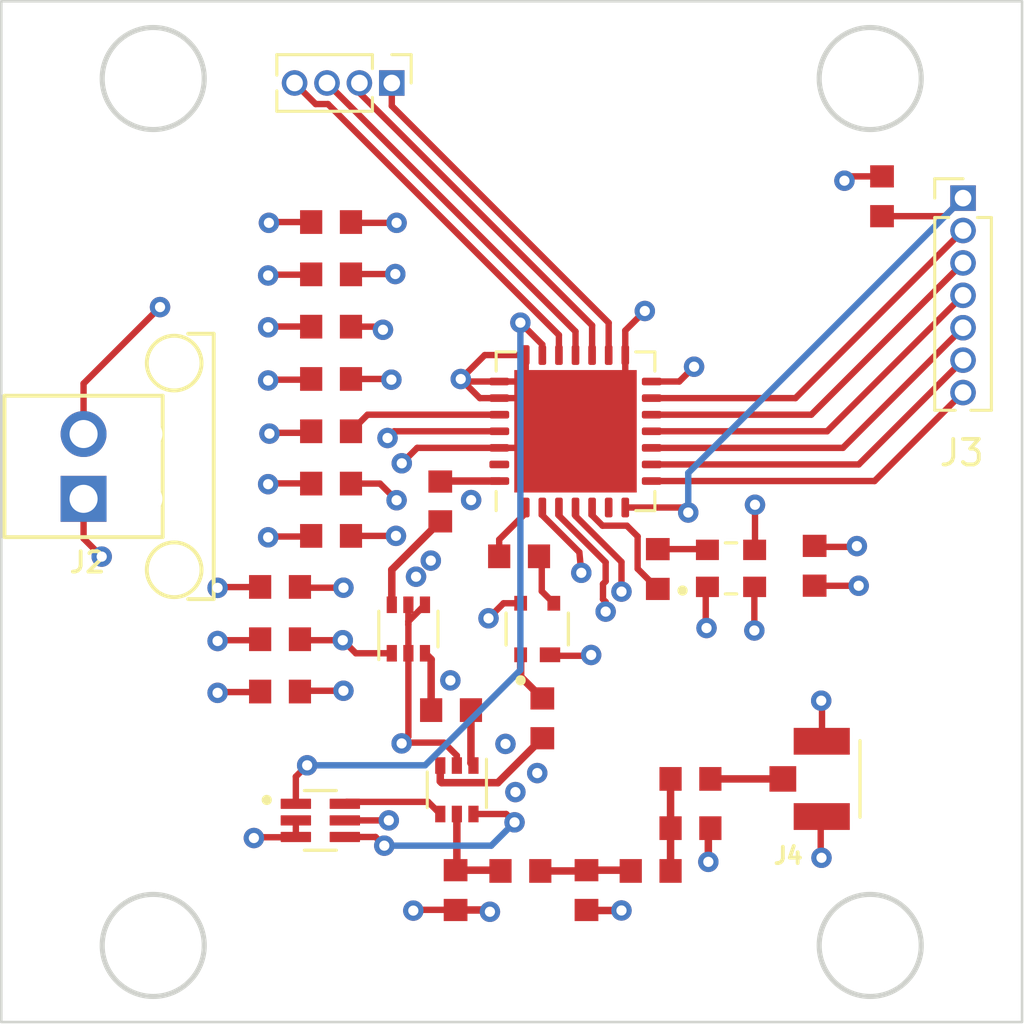
<source format=kicad_pcb>
(kicad_pcb (version 20221018) (generator pcbnew)
  (layers (0 "F.Cu" signal "RF & Signal") (1 "In1.Cu" power "Ground") (2 "In2.Cu" power "VCC") (31 "B.Cu" signal "Signal") (36 "B.SilkS" user "B.Silkscreen") (37 "F.SilkS" user "F.Silkscreen") (38 "B.Mask" user) (39 "F.Mask" user) (44 "Edge.Cuts" user))
  (net 0 "")
  (net 1 "/Filter_Input")
  (net 2 "GND")
  (net 3 "+3.3V")
  (net 4 "/PA_Input")
  (net 5 "Net-(C3-Pad2)")
  (net 6 "Net-(C4-Pad1)")
  (net 7 "Net-(C5-Pad1)")
  (net 8 "Net-(C7-Pad1)")
  (net 9 "/PA_OUTPUT")
  (net 10 "/LNA_INPUT")
  (net 11 "Net-(U2-IN)")
  (net 12 "Net-(Y1-VDD)")
  (net 13 "/TCXO_OUT")
  (net 14 "Net-(U2-OUT)")
  (net 15 "/LNA_OUTPUT")
  (net 16 "Net-(U4-VR_DIG)")
  (net 17 "Net-(U4-VR_ANA)")
  (net 18 "Net-(U4-VBAT_RF)")
  (net 19 "Net-(U4-VBAT_ANA)")
  (net 20 "/SCK")
  (net 21 "/MISO")
  (net 22 "/MOSI")
  (net 23 "/NSS")
  (net 24 "/Reset")
  (net 25 "/DIO_5")
  (net 26 "/DIO_4")
  (net 27 "/DIO_3")
  (net 28 "/DIO_2")
  (net 29 "/DIO_1")
  (net 30 "/DIO_0")
  (net 31 "/Filter_Output")
  (net 32 "/DECODER_OUT_1")
  (net 33 "/DECODER_OUT_2")
  (net 35 "/Antenna_Control")
  (footprint "BGA420 LNA:INFINEON_BFP540" (layer "F.Cu") (at 137.5156 93.897 90)
    (fp_text reference "U2" hide)
    (fp_text value "BGA420")
    (fp_line (start -0.625 -1.22) (end 0.625 -1.22) (stroke (width 0.127)) (layer "F.SilkS"))
    (fp_line (start -0.625 1.22) (end 0.625 1.22) (stroke (width 0.127)) (layer "F.SilkS"))
    (fp_circle (center -2.01 -0.65) (end -1.91 -0.65) (stroke (width 0.2)) (fill none) (layer "F.SilkS"))
    (pad "1" smd rect (at -1.01 -0.65 90) (size 0.58 0.5) (layers "F.Cu" "F.Mask") (net 11 "Net-(U2-IN)"))
    (pad "2" smd rect (at -1.01 0.5 90) (size 0.58 0.8) (layers "F.Cu" "F.Mask") (net 2 "GND"))
    (pad "3" smd rect (at 1.01 0.65 90) (size 0.58 0.5) (layers "F.Cu" "F.Mask") (net 14 "Net-(U2-OUT)"))
    (pad "4" smd rect (at 1.01 -0.65 90) (size 0.58 0.5) (layers "F.Cu" "F.Mask") (net 3 "+3.3V"))
  )
  (footprint "0603 Footprint:RESC1608X55N" (layer "F.Cu") (at 133.7156 88.897 -90)
    (fp_text reference "C3" hide)
    (fp_text value "100 pF")
    (pad "1" smd rect (at -0.78 0 270) (size 0.87 0.93) (layers "F.Cu" "F.Mask") (net 4 "/PA_Input"))
    (pad "2" smd rect (at 0.78 0 270) (size 0.87 0.93) (layers "F.Cu" "F.Mask") (net 5 "Net-(C3-Pad2)"))
  )
  (footprint "0603 Footprint:RESC1608X55N" (layer "F.Cu") (at 141.9606 103.378)
    (fp_text reference "L2" hide)
    (fp_text value "14.632 nH")
    (pad "1" smd rect (at -0.78 0) (size 0.87 0.93) (layers "F.Cu" "F.Mask") (net 6 "Net-(C4-Pad1)"))
    (pad "2" smd rect (at 0.78 0) (size 0.87 0.93) (layers "F.Cu" "F.Mask") (net 7 "Net-(C5-Pad1)"))
  )
  (footprint "0603 Footprint:RESC1608X55N" (layer "F.Cu") (at 129.4356 86.147 180)
    (fp_text reference "C16" hide)
    (fp_text value "10 uF")
    (pad "1" smd rect (at -0.78 0 180) (size 0.87 0.93) (layers "F.Cu" "F.Mask") (net 18 "Net-(U4-VBAT_RF)"))
    (pad "2" smd rect (at 0.78 0 180) (size 0.87 0.93) (layers "F.Cu" "F.Mask") (net 2 "GND"))
  )
  (footprint "TXCO:OSC_ECS-TXO-2520-33-400-AN-TR" (layer "F.Cu") (at 145.1106 91.5198)
    (fp_text reference "Y1" hide)
    (fp_text value "ECS-TXO-2520-33-400-AN-TR")
    (fp_line (start -0.221 -1) (end 0.221 -1) (stroke (width 0.127)) (layer "F.SilkS"))
    (fp_line (start -0.221 1) (end 0.221 1) (stroke (width 0.127)) (layer "F.SilkS"))
    (fp_circle (center -1.9 0.869) (end -1.8 0.869) (stroke (width 0.2)) (fill none) (layer "F.SilkS"))
    (pad "1" smd rect (at -0.925 0.725 180) (size 0.9 0.8) (layers "F.Cu" "F.Mask") (net 2 "GND"))
    (pad "2" smd rect (at 0.925 0.725 180) (size 0.9 0.8) (layers "F.Cu" "F.Mask") (net 3 "+3.3V"))
    (pad "3" smd rect (at 0.925 -0.725 180) (size 0.9 0.8) (layers "F.Cu" "F.Mask") (net 3 "+3.3V"))
    (pad "4" smd rect (at -0.925 -0.725 180) (size 0.9 0.8) (layers "F.Cu" "F.Mask") (net 12 "Net-(Y1-VDD)"))
  )
  (footprint "Connector_PinHeader_1.27mm:PinHeader_1x04_P1.27mm_Vertical" (layer "F.Cu") (at 131.8156 72.497 -90)
    (fp_text reference "J1" hide)
    (fp_text value "Conn_01x04_Pin")
    (fp_line (start -1.11 -0.76) (end 0 -0.76) (stroke (width 0.12)) (layer "F.SilkS"))
    (fp_line (start -1.11 0) (end -1.11 -0.76) (stroke (width 0.12)) (layer "F.SilkS"))
    (fp_line (start -1.11 0.76) (end -1.11 4.505) (stroke (width 0.12)) (layer "F.SilkS"))
    (fp_line (start -1.11 0.76) (end -0.563471 0.76) (stroke (width 0.12)) (layer "F.SilkS"))
    (fp_line (start -1.11 4.505) (end -0.30753 4.505) (stroke (width 0.12)) (layer "F.SilkS"))
    (fp_line (start 0.30753 4.505) (end 1.11 4.505) (stroke (width 0.12)) (layer "F.SilkS"))
    (fp_line (start 0.563471 0.76) (end 1.11 0.76) (stroke (width 0.12)) (layer "F.SilkS"))
    (fp_line (start 1.11 0.76) (end 1.11 4.505) (stroke (width 0.12)) (layer "F.SilkS"))
    (pad "1" thru_hole rect (at 0 0 270) (size 1 1) (drill 0.65) (layers "*.Cu" "*.Mask") (net 20 "/SCK"))
    (pad "2" thru_hole oval (at 0 1.27 270) (size 1 1) (drill 0.65) (layers "*.Cu" "*.Mask") (net 21 "/MISO"))
    (pad "3" thru_hole oval (at 0 2.54 270) (size 1 1) (drill 0.65) (layers "*.Cu" "*.Mask") (net 22 "/MOSI"))
    (pad "4" thru_hole oval (at 0 3.81 270) (size 1 1) (drill 0.65) (layers "*.Cu" "*.Mask") (net 23 "/NSS"))
  )
  (footprint "0603 Footprint:RESC1608X55N" (layer "F.Cu") (at 136.8044 91.047 180)
    (fp_text reference "C11" hide)
    (fp_text value "100 pF")
    (pad "1" smd rect (at -0.78 0 180) (size 0.87 0.93) (layers "F.Cu" "F.Mask") (net 14 "Net-(U2-OUT)"))
    (pad "2" smd rect (at 0.78 0 180) (size 0.87 0.93) (layers "F.Cu" "F.Mask") (net 15 "/LNA_OUTPUT"))
  )
  (footprint "0603 Footprint:RESC1608X55N" (layer "F.Cu") (at 143.5206 101.7016)
    (fp_text reference "C5" hide)
    (fp_text value "2.236 pF")
    (pad "1" smd rect (at -0.78 0) (size 0.87 0.93) (layers "F.Cu" "F.Mask") (net 7 "Net-(C5-Pad1)"))
    (pad "2" smd rect (at 0.78 0) (size 0.87 0.93) (layers "F.Cu" "F.Mask") (net 2 "GND"))
  )
  (footprint "0603 Footprint:RESC1608X55N" (layer "F.Cu") (at 129.4356 79.997 180)
    (fp_text reference "C17" hide)
    (fp_text value "100 nF")
    (pad "1" smd rect (at -0.78 0 180) (size 0.87 0.93) (layers "F.Cu" "F.Mask") (net 3 "+3.3V"))
    (pad "2" smd rect (at 0.78 0 180) (size 0.87 0.93) (layers "F.Cu" "F.Mask") (net 2 "GND"))
  )
  (footprint "0603 Footprint:RESC1608X55N" (layer "F.Cu") (at 139.446 104.128 -90)
    (fp_text reference "C4" hide)
    (fp_text value "7.234 pF")
    (pad "1" smd rect (at -0.78 0 270) (size 0.87 0.93) (layers "F.Cu" "F.Mask") (net 6 "Net-(C4-Pad1)"))
    (pad "2" smd rect (at 0.78 0 270) (size 0.87 0.93) (layers "F.Cu" "F.Mask") (net 2 "GND"))
  )
  (footprint "0603 Footprint:RESC1608X55N" (layer "F.Cu") (at 134.3156 104.128 -90)
    (fp_text reference "C1" hide)
    (fp_text value "2.236 pF")
    (pad "1" smd rect (at -0.78 0 270) (size 0.87 0.93) (layers "F.Cu" "F.Mask") (net 1 "/Filter_Input"))
    (pad "2" smd rect (at 0.78 0 270) (size 0.87 0.93) (layers "F.Cu" "F.Mask") (net 2 "GND"))
  )
  (footprint "0603 Footprint:RESC1608X55N" (layer "F.Cu") (at 129.4356 90.247 180)
    (fp_text reference "C19" hide)
    (fp_text value "100 nF")
    (pad "1" smd rect (at -0.78 0 180) (size 0.87 0.93) (layers "F.Cu" "F.Mask") (net 3 "+3.3V"))
    (pad "2" smd rect (at 0.78 0 180) (size 0.87 0.93) (layers "F.Cu" "F.Mask") (net 2 "GND"))
  )
  (footprint "Package_TO_SOT_SMD:SOT-363_SC-70-6" (layer "F.Cu") (at 132.4656 93.897 90)
    (fp_text reference "U1" hide)
    (fp_text value "BGA2801")
    (fp_line (start -0.7 1.16) (end 0.7 1.16) (stroke (width 0.12)) (layer "F.SilkS"))
    (fp_line (start 0.7 -1.16) (end -1.2 -1.16) (stroke (width 0.12)) (layer "F.SilkS"))
    (pad "1" smd rect (at -0.95 -0.65 90) (size 0.65 0.4) (layers "F.Cu" "F.Mask") (net 3 "+3.3V"))
    (pad "2" smd rect (at -0.95 0 90) (size 0.65 0.4) (layers "F.Cu" "F.Mask") (net 2 "GND"))
    (pad "3" smd rect (at -0.95 0.65 90) (size 0.65 0.4) (layers "F.Cu" "F.Mask") (net 8 "Net-(C7-Pad1)"))
    (pad "4" smd rect (at 0.95 0.65 90) (size 0.65 0.4) (layers "F.Cu" "F.Mask") (net 2 "GND"))
    (pad "5" smd rect (at 0.95 0 90) (size 0.65 0.4) (layers "F.Cu" "F.Mask") (net 2 "GND"))
    (pad "6" smd rect (at 0.95 -0.65 90) (size 0.65 0.4) (layers "F.Cu" "F.Mask") (net 5 "Net-(C3-Pad2)"))
  )
  (footprint "0603 Footprint:RESC1608X55N" (layer "F.Cu") (at 134.1378 97.075)
    (fp_text reference "C7" hide)
    (fp_text value "22 nF")
    (pad "1" smd rect (at -0.78 0) (size 0.87 0.93) (layers "F.Cu" "F.Mask") (net 8 "Net-(C7-Pad1)"))
    (pad "2" smd rect (at 0.78 0) (size 0.87 0.93) (layers "F.Cu" "F.Mask") (net 9 "/PA_OUTPUT"))
  )
  (footprint "Connector_PinHeader_1.27mm:PinHeader_1x07_P1.27mm_Vertical" (layer "F.Cu") (at 154.2038 77.009)
    (fp_text reference "J3" (at -0.0508 9.9822) (layer "F.SilkS"))
    (fp_text value "Conn_01x07_Pin")
    (fp_line (start -1.11 -0.76) (end 0 -0.76) (stroke (width 0.12)) (layer "F.SilkS"))
    (fp_line (start -1.11 0) (end -1.11 -0.76) (stroke (width 0.12)) (layer "F.SilkS"))
    (fp_line (start -1.11 0.76) (end -1.11 8.315) (stroke (width 0.12)) (layer "F.SilkS"))
    (fp_line (start -1.11 0.76) (end -0.563471 0.76) (stroke (width 0.12)) (layer "F.SilkS"))
    (fp_line (start -1.11 8.315) (end -0.30753 8.315) (stroke (width 0.12)) (layer "F.SilkS"))
    (fp_line (start 0.30753 8.315) (end 1.11 8.315) (stroke (width 0.12)) (layer "F.SilkS"))
    (fp_line (start 0.563471 0.76) (end 1.11 0.76) (stroke (width 0.12)) (layer "F.SilkS"))
    (fp_line (start 1.11 0.76) (end 1.11 8.315) (stroke (width 0.12)) (layer "F.SilkS"))
    (pad "1" thru_hole rect (at 0 0) (size 1 1) (drill 0.65) (layers "*.Cu" "*.Mask") (net 24 "/Reset"))
    (pad "2" thru_hole oval (at 0 1.27) (size 1 1) (drill 0.65) (layers "*.Cu" "*.Mask") (net 25 "/DIO_5"))
    (pad "3" thru_hole oval (at 0 2.54) (size 1 1) (drill 0.65) (layers "*.Cu" "*.Mask") (net 26 "/DIO_4"))
    (pad "4" thru_hole oval (at 0 3.81) (size 1 1) (drill 0.65) (layers "*.Cu" "*.Mask") (net 27 "/DIO_3"))
    (pad "5" thru_hole oval (at 0 5.08) (size 1 1) (drill 0.65) (layers "*.Cu" "*.Mask") (net 28 "/DIO_2"))
    (pad "6" thru_hole oval (at 0 6.35) (size 1 1) (drill 0.65) (layers "*.Cu" "*.Mask") (net 29 "/DIO_1"))
    (pad "7" thru_hole oval (at 0 7.62) (size 1 1) (drill 0.65) (layers "*.Cu" "*.Mask") (net 30 "/DIO_0"))
  )
  (footprint "0603 Footprint:RESC1608X55N" (layer "F.Cu") (at 151.0284 76.9366 -90)
    (fp_text reference "R1" hide)
    (fp_text value "4.7k")
    (pad "1" smd rect (at -0.78 0 270) (size 0.87 0.93) (layers "F.Cu" "F.Mask") (net 3 "+3.3V"))
    (pad "2" smd rect (at 0.78 0 270) (size 0.87 0.93) (layers "F.Cu" "F.Mask") (net 24 "/Reset"))
  )
  (footprint "0603 Footprint:RESC1608X55N" (layer "F.Cu") (at 136.8552 103.378)
    (fp_text reference "L1" hide)
    (fp_text value "14.632 nH")
    (pad "1" smd rect (at -0.78 0) (size 0.87 0.93) (layers "F.Cu" "F.Mask") (net 1 "/Filter_Input"))
    (pad "2" smd rect (at 0.78 0) (size 0.87 0.93) (layers "F.Cu" "F.Mask") (net 6 "Net-(C4-Pad1)"))
  )
  (footprint "TI Decoder1:SOT65P210X110-6N" (layer "F.Cu") (at 129.0156 101.397)
    (fp_text reference "U5" hide)
    (fp_text value "74LVC1G19")
    (fp_line (start -0.625 -1.17) (end 0.625 -1.17) (stroke (width 0.127)) (layer "F.SilkS"))
    (fp_line (start -0.625 1.17) (end 0.625 1.17) (stroke (width 0.127)) (layer "F.SilkS"))
    (fp_circle (center -2.1 -0.802) (end -2 -0.802) (stroke (width 0.2)) (fill none) (layer "F.SilkS"))
    (pad "1" smd roundrect (at -0.96 -0.65) (size 1.19 0.4) (layers "F.Cu" "F.Mask") (roundrect_rratio 0.05) (net 35 "/Antenna_Control"))
    (pad "2" smd roundrect (at -0.96 0) (size 1.19 0.4) (layers "F.Cu" "F.Mask") (roundrect_rratio 0.05) (net 2 "GND"))
    (pad "3" smd roundrect (at -0.96 0.65) (size 1.19 0.4) (layers "F.Cu" "F.Mask") (roundrect_rratio 0.05) (net 2 "GND"))
    (pad "4" smd roundrect (at 0.96 0.65 180) (size 1.19 0.4) (layers "F.Cu" "F.Mask") (roundrect_rratio 0.05) (net 33 "/DECODER_OUT_2"))
    (pad "5" smd roundrect (at 0.96 0 180) (size 1.19 0.4) (layers "F.Cu" "F.Mask") (roundrect_rratio 0.05) (net 3 "+3.3V"))
    (pad "6" smd roundrect (at 0.96 -0.65 180) (size 1.19 0.4) (layers "F.Cu" "F.Mask") (roundrect_rratio 0.05) (net 32 "/DECODER_OUT_1"))
  )
  (footprint "0603 Footprint:RESC1608X55N" (layer "F.Cu") (at 129.4356 82.047 180)
    (fp_text reference "C13" hide)
    (fp_text value "100 nF")
    (pad "1" smd rect (at -0.78 0 180) (size 0.87 0.93) (layers "F.Cu" "F.Mask") (net 16 "Net-(U4-VR_DIG)"))
    (pad "2" smd rect (at 0.78 0 180) (size 0.87 0.93) (layers "F.Cu" "F.Mask") (net 2 "GND"))
  )
  (footprint "0603 Footprint:RESC1608X55N" (layer "F.Cu") (at 127.4356 94.297 180)
    (fp_text reference "C10" hide)
    (fp_text value "10 nF")
    (pad "1" smd rect (at -0.78 0 180) (size 0.87 0.93) (layers "F.Cu" "F.Mask") (net 3 "+3.3V"))
    (pad "2" smd rect (at 0.78 0 180) (size 0.87 0.93) (layers "F.Cu" "F.Mask") (net 2 "GND"))
  )
  (footprint "Package_TO_SOT_SMD:SOT-363_SC-70-6" (layer "F.Cu") (at 134.3656 100.197 -90)
    (fp_text reference "U3" hide)
    (fp_text value "AS179-92LF")
    (fp_line (start -0.7 1.16) (end 0.7 1.16) (stroke (width 0.12)) (layer "F.SilkS"))
    (fp_line (start 0.7 -1.16) (end -1.2 -1.16) (stroke (width 0.12)) (layer "F.SilkS"))
    (pad "1" smd rect (at -0.95 -0.65 270) (size 0.65 0.4) (layers "F.Cu" "F.Mask") (net 9 "/PA_OUTPUT"))
    (pad "2" smd rect (at -0.95 0 270) (size 0.65 0.4) (layers "F.Cu" "F.Mask") (net 2 "GND"))
    (pad "3" smd rect (at -0.95 0.65 270) (size 0.65 0.4) (layers "F.Cu" "F.Mask") (net 10 "/LNA_INPUT"))
    (pad "4" smd rect (at 0.95 0.65 270) (size 0.65 0.4) (layers "F.Cu" "F.Mask") (net 32 "/DECODER_OUT_1"))
    (pad "5" smd rect (at 0.95 0 270) (size 0.65 0.4) (layers "F.Cu" "F.Mask") (net 1 "/Filter_Input"))
    (pad "6" smd rect (at 0.95 -0.65 270) (size 0.65 0.4) (layers "F.Cu" "F.Mask") (net 33 "/DECODER_OUT_2"))
  )
  (footprint "0603 Footprint:RESC1608X55N" (layer "F.Cu") (at 127.4356 96.347 180)
    (fp_text reference "C12" hide)
    (fp_text value "100 nF")
    (pad "1" smd rect (at -0.78 0 180) (size 0.87 0.93) (layers "F.Cu" "F.Mask") (net 3 "+3.3V"))
    (pad "2" smd rect (at 0.78 0 180) (size 0.87 0.93) (layers "F.Cu" "F.Mask") (net 2 "GND"))
  )
  (footprint "0603 Footprint:RESC1608X55N" (layer "F.Cu") (at 143.5206 99.7712)
    (fp_text reference "L3" hide)
    (fp_text value "3.9 nH")
    (pad "1" smd rect (at -0.78 0) (size 0.87 0.93) (layers "F.Cu" "F.Mask") (net 7 "Net-(C5-Pad1)"))
    (pad "2" smd rect (at 0.78 0) (size 0.87 0.93) (layers "F.Cu" "F.Mask") (net 31 "/Filter_Output"))
  )
  (footprint "0603 Footprint:RESC1608X55N" (layer "F.Cu") (at 148.3872 91.4182 90)
    (fp_text reference "C6" hide)
    (fp_text value ".1 Uf")
    (pad "1" smd rect (at -0.78 0 90) (size 0.87 0.93) (layers "F.Cu" "F.Mask") (net 3 "+3.3V"))
    (pad "2" smd rect (at 0.78 0 90) (size 0.87 0.93) (layers "F.Cu" "F.Mask") (net 2 "GND"))
  )
  (footprint "0603 Footprint:RESC1608X55N" (layer "F.Cu") (at 137.7156 97.397 90)
    (fp_text reference "C8" hide)
    (fp_text value "100 pF")
    (pad "1" smd rect (at -0.78 0 90) (size 0.87 0.93) (layers "F.Cu" "F.Mask") (net 10 "/LNA_INPUT"))
    (pad "2" smd rect (at 0.78 0 90) (size 0.87 0.93) (layers "F.Cu" "F.Mask") (net 11 "Net-(U2-IN)"))
  )
  (footprint "0603 Footprint:RESC1608X55N" (layer "F.Cu") (at 142.2404 91.5452 -90)
    (fp_text reference "C9" hide)
    (fp_text value "15 pF")
    (pad "1" smd rect (at -0.78 0 270) (size 0.87 0.93) (layers "F.Cu" "F.Mask") (net 12 "Net-(Y1-VDD)"))
    (pad "2" smd rect (at 0.78 0 270) (size 0.87 0.93) (layers "F.Cu" "F.Mask") (net 13 "/TCXO_OUT"))
  )
  (footprint "Screw Connector 01x02:1725656" (layer "F.Cu") (at 124.836 87.5246 90)
    (fp_text reference "J2" (at -3.7592 -4.9476 180) (layer "F.SilkS") (effects (font (size 0.8 0.8))))
    (fp_text value "Screw_Terminal_01x02")
    (fp_line (start -5.2 0) (end -5.2 -1) (stroke (width 0.1524)) (layer "F.SilkS"))
    (fp_line (start -5.2 0) (end 5.2 0) (stroke (width 0.1524)) (layer "F.SilkS"))
    (fp_line (start -2.77 -8.2) (end -2.77 -2) (stroke (width 0.1524)) (layer "F.SilkS"))
    (fp_line (start -2.77 -8.2) (end 2.77 -8.2) (stroke (width 0.1524)) (layer "F.SilkS"))
    (fp_line (start -2.77 -2) (end 2.77 -2) (stroke (width 0.1524)) (layer "F.SilkS"))
    (fp_line (start 2.77 -8.2) (end 2.77 -2) (stroke (width 0.1524)) (layer "F.SilkS"))
    (fp_line (start 5.2 0) (end 5.2 -1) (stroke (width 0.1524)) (layer "F.SilkS"))
    (fp_circle (center -4.05 -1.55) (end -2.97646 -1.55) (stroke (width 0.1524)) (fill none) (layer "F.SilkS"))
    (fp_circle (center 4.05 -1.55) (end 5.12354 -1.55) (stroke (width 0.1524)) (fill none) (layer "F.SilkS"))
    (pad "" np_thru_hole circle (at -1.27 -2.56 90) (size 1.1 1.1) (drill 1.1) (layers "*.Mask" "F.Cu" "In1.Cu" "In2.Cu" "B.Cu"))
    (pad "" np_thru_hole circle (at 1.27 -2.56 90) (size 1.1 1.1) (drill 1.1) (layers "*.Mask" "F.Cu" "In1.Cu" "In2.Cu" "B.Cu"))
    (pad "1" thru_hole rect (at -1.27 -5.1 90) (size 1.8 1.8) (drill 1.1) (layers "*.Cu" "*.Mask") (net 3 "+3.3V"))
    (pad "2" thru_hole circle (at 1.27 -5.1 90) (size 1.8 1.8) (drill 1.1) (layers "*.Cu" "*.Mask") (net 2 "GND"))
  )
  (footprint "Package_DFN_QFN:QFN-28-1EP_6x6mm_P0.65mm_EP4.8x4.8mm" (layer "F.Cu") (at 139.0156 86.147 90)
    (fp_text reference "U4" hide)
    (fp_text value "SX1278")
    (fp_line (start -3.11 3.11) (end -3.11 2.36) (stroke (width 0.12)) (layer "F.SilkS"))
    (fp_line (start -2.36 -3.11) (end -3.11 -3.11) (stroke (width 0.12)) (layer "F.SilkS"))
    (fp_line (start -2.36 3.11) (end -3.11 3.11) (stroke (width 0.12)) (layer "F.SilkS"))
    (fp_line (start 2.36 -3.11) (end 3.11 -3.11) (stroke (width 0.12)) (layer "F.SilkS"))
    (fp_line (start 2.36 3.11) (end 3.11 3.11) (stroke (width 0.12)) (layer "F.SilkS"))
    (fp_line (start 3.11 -3.11) (end 3.11 -2.36) (stroke (width 0.12)) (layer "F.SilkS"))
    (fp_line (start 3.11 3.11) (end 3.11 2.36) (stroke (width 0.12)) (layer "F.SilkS"))
    (pad "1" smd roundrect (at -2.9875 -1.95 90) (size 0.775 0.3) (layers "F.Cu" "F.Mask") (net 15 "/LNA_OUTPUT"))
    (pad "2" smd roundrect (at -2.9875 -1.3 90) (size 0.775 0.3) (layers "F.Cu" "F.Mask") (net 17 "Net-(U4-VR_ANA)"))
    (pad "3" smd roundrect (at -2.9875 -0.65 90) (size 0.775 0.3) (layers "F.Cu" "F.Mask") (net 19 "Net-(U4-VBAT_ANA)"))
    (pad "4" smd roundrect (at -2.9875 0 90) (size 0.775 0.3) (layers "F.Cu" "F.Mask") (net 16 "Net-(U4-VR_DIG)"))
    (pad "5" smd roundrect (at -2.9875 0.65 90) (size 0.775 0.3) (layers "F.Cu" "F.Mask") (net 13 "/TCXO_OUT"))
    (pad "6" smd roundrect (at -2.9875 1.3 90) (size 0.775 0.3) (layers "F.Cu" "F.Mask"))
    (pad "7" smd roundrect (at -2.9875 1.95 90) (size 0.775 0.3) (layers "F.Cu" "F.Mask") (net 24 "/Reset"))
    (pad "8" smd roundrect (at -1.95 2.9875 90) (size 0.3 0.775) (layers "F.Cu" "F.Mask") (net 30 "/DIO_0"))
    (pad "9" smd roundrect (at -1.3 2.9875 90) (size 0.3 0.775) (layers "F.Cu" "F.Mask") (net 29 "/DIO_1"))
    (pad "10" smd roundrect (at -0.65 2.9875 90) (size 0.3 0.775) (layers "F.Cu" "F.Mask") (net 28 "/DIO_2"))
    (pad "11" smd roundrect (at 0 2.9875 90) (size 0.3 0.775) (layers "F.Cu" "F.Mask") (net 27 "/DIO_3"))
    (pad "12" smd roundrect (at 0.65 2.9875 90) (size 0.3 0.775) (layers "F.Cu" "F.Mask") (net 26 "/DIO_4"))
    (pad "13" smd roundrect (at 1.3 2.9875 90) (size 0.3 0.775) (layers "F.Cu" "F.Mask") (net 25 "/DIO_5"))
    (pad "14" smd roundrect (at 1.95 2.9875 90) (size 0.3 0.775) (layers "F.Cu" "F.Mask") (net 3 "+3.3V"))
    (pad "15" smd roundrect (at 2.9875 1.95 90) (size 0.775 0.3) (layers "F.Cu" "F.Mask") (net 2 "GND"))
    (pad "16" smd roundrect (at 2.9875 1.3 90) (size 0.775 0.3) (layers "F.Cu" "F.Mask") (net 20 "/SCK"))
    (pad "17" smd roundrect (at 2.9875 0.65 90) (size 0.775 0.3) (layers "F.Cu" "F.Mask") (net 21 "/MISO"))
    (pad "18" smd roundrect (at 2.9875 0 90) (size 0.775 0.3) (layers "F.Cu" "F.Mask") (net 22 "/MOSI"))
    (pad "19" smd roundrect (at 2.9875 -0.65 90) (size 0.775 0.3) (layers "F.Cu" "F.Mask") (net 23 "/NSS"))
    (pad "20" smd roundrect (at 2.9875 -1.3 90) (size 0.775 0.3) (layers "F.Cu" "F.Mask") (net 35 "/Antenna_Control"))
    (pad "21" smd roundrect (at 2.9875 -1.95 90) (size 0.775 0.3) (layers "F.Cu" "F.Mask") (net 2 "GND"))
    (pad "22" smd roundrect (at 1.95 -2.9875 90) (size 0.3 0.775) (layers "F.Cu" "F.Mask") (net 2 "GND"))
    (pad "23" smd roundrect (at 1.3 -2.9875 90) (size 0.3 0.775) (layers "F.Cu" "F.Mask") (net 2 "GND"))
    (pad "24" smd roundrect (at 0.65 -2.9875 90) (size 0.3 0.775) (layers "F.Cu" "F.Mask") (net 18 "Net-(U4-VBAT_RF)"))
    (pad "25" smd roundrect (at 0 -2.9875 90) (size 0.3 0.775) (layers "F.Cu" "F.Mask") (net 3 "+3.3V"))
    (pad "26" smd roundrect (at -0.65 -2.9875 90) (size 0.3 0.775) (layers "F.Cu" "F.Mask") (net 2 "GND"))
    (pad "27" smd roundrect (at -1.3 -2.9875 90) (size 0.3 0.775) (layers "F.Cu" "F.Mask"))
    (pad "28" smd roundrect (at -1.95 -2.9875 90) (size 0.3 0.775) (layers "F.Cu" "F.Mask") (net 4 "/PA_Input"))
    (pad "29" smd rect (at 0 0 90) (size 4.8 4.8) (layers "F.Cu" "F.Mask") (net 2 "GND"))
  )
  (footprint "0603 Footprint:RESC1608X55N" (layer "F.Cu") (at 129.4356 88.197 180)
    (fp_text reference "C18" hide)
    (fp_text value "10 uF")
    (pad "1" smd rect (at -0.78 0 180) (size 0.87 0.93) (layers "F.Cu" "F.Mask") (net 19 "Net-(U4-VBAT_ANA)"))
    (pad "2" smd rect (at 0.78 0 180) (size 0.87 0.93) (layers "F.Cu" "F.Mask") (net 2 "GND"))
  )
  (footprint "Coax Connector - UFL:TE_1909763-1" (layer "F.Cu") (at 148.6662 99.7712 -90)
    (fp_text reference "J4" (at 3.0102 1.3108 -180) (layer "F.SilkS") (effects (font (size 0.640629 0.640629))))
    (fp_text value "Conn_Coaxial")
    (fp_line (start -1.5 -1.5) (end 1.5 -1.5) (stroke (width 0.127)) (layer "F.SilkS"))
    (pad "1" smd rect (at 0 1.525 270) (size 1 1.05) (layers "F.Cu" "F.Mask") (net 31 "/Filter_Output"))
    (pad "2" smd rect (at -1.475 0 270) (size 1.05 2.2) (layers "F.Cu" "F.Mask") (net 2 "GND"))
    (pad "3" smd rect (at 1.475 0 270) (size 1.05 2.2) (layers "F.Cu" "F.Mask") (net 2 "GND"))
  )
  (footprint "0603 Footprint:RESC1608X55N" (layer "F.Cu") (at 129.4356 84.097 180)
    (fp_text reference "C15" hide)
    (fp_text value "100 nF")
    (pad "1" smd rect (at -0.78 0 180) (size 0.87 0.93) (layers "F.Cu" "F.Mask") (net 17 "Net-(U4-VR_ANA)"))
    (pad "2" smd rect (at 0.78 0 180) (size 0.87 0.93) (layers "F.Cu" "F.Mask") (net 2 "GND"))
  )
  (footprint "0603 Footprint:RESC1608X55N" (layer "F.Cu") (at 127.4356 92.247)
    (fp_text reference "C2" hide)
    (fp_text value "50 pF")
    (pad "1" smd rect (at -0.78 0) (size 0.87 0.93) (layers "F.Cu" "F.Mask") (net 2 "GND"))
    (pad "2" smd rect (at 0.78 0) (size 0.87 0.93) (layers "F.Cu" "F.Mask") (net 3 "+3.3V"))
  )
  (footprint "0603 Footprint:RESC1608X55N" (layer "F.Cu") (at 129.4356 77.947 180)
    (fp_text reference "C14" hide)
    (fp_text value "10 uF")
    (pad "1" smd rect (at -0.78 0 180) (size 0.87 0.93) (layers "F.Cu" "F.Mask") (net 3 "+3.3V"))
    (pad "2" smd rect (at 0.78 0 180) (size 0.87 0.93) (layers "F.Cu" "F.Mask") (net 2 "GND"))
  )
  (gr_rect (start 116.5106 69.2945) (end 156.5156 109.2995) (stroke (width 0.1)) (fill none) (layer "Edge.Cuts"))
  (gr_circle (center 122.4656 106.297) (end 124.4656 106.297) (stroke (width 0.2)) (fill none) (layer "Edge.Cuts"))
  (gr_circle (center 122.4656 72.322) (end 120.4656 72.322) (stroke (width 0.2)) (fill none) (layer "Edge.Cuts"))
  (gr_circle (center 150.5656 106.297) (end 152.5656 106.297) (stroke (width 0.2)) (fill none) (layer "Edge.Cuts"))
  (gr_circle (center 150.5656 72.322) (end 148.5656 72.322) (stroke (width 0.2)) (fill none) (layer "Edge.Cuts"))
  (segment (start 134.3656 103.267) (end 134.3156 103.317) (width 0.29337) (layer "F.Cu") (net 1))
  (segment (start 136.0452 103.348) (end 136.0752 103.378) (width 0.29337) (layer "F.Cu") (net 1))
  (segment (start 134.3156 103.348) (end 136.0452 103.348) (width 0.29337) (layer "F.Cu") (net 1))
  (segment (start 134.3656 101.147) (end 134.3656 103.267) (width 0.29337) (layer "F.Cu") (net 1))
  (segment (start 136.0281 86.797) (end 132.8114 86.797) (width 0.25) (layer "F.Cu") (net 2))
  (segment (start 136.0281 84.197) (end 134.616 84.197) (width 0.25) (layer "F.Cu") (net 2))
  (segment (start 135.266 84.847) (end 134.5184 84.0994) (width 0.25) (layer "F.Cu") (net 2))
  (segment (start 128.6251 80.01) (end 127.0005 80.01) (width 0.25) (layer "F.Cu") (net 2))
  (segment (start 122.7328 81.28) (end 119.7356 84.2772) (width 0.25) (layer "F.Cu") (net 2))
  (segment (start 127.0005 82.042) (end 126.9695 82.073) (width 0.25) (layer "F.Cu") (net 2))
  (segment (start 128.0663 102.0572) (end 126.4417 102.0572) (width 0.25) (layer "F.Cu") (net 2))
  (segment (start 148.6254 101.2071) (end 148.6254 102.8317) (width 0.25) (layer "F.Cu") (net 2))
  (segment (start 128.0556 102.047) (end 128.0556 101.397) (width 0.25) (layer "F.Cu") (net 2))
  (segment (start 148.6762 96.7367) (end 148.6452 96.7057) (width 0.25) (layer "F.Cu") (net 2))
  (segment (start 119.7356 84.2772) (end 119.7356 86.2579) (width 0.25) (layer "F.Cu") (net 2))
  (segment (start 127.0005 88.1888) (end 126.9695 88.2198) (width 0.25) (layer "F.Cu") (net 2))
  (segment (start 137.0656 84.197) (end 137.0656 83.1595) (width 0.25) (layer "F.Cu") (net 2))
  (segment (start 128.6556 77.947) (end 127.031 77.947) (width 0.25) (layer "F.Cu") (net 2))
  (segment (start 139.0156 86.147) (end 137.0656 84.197) (width 0.25) (layer "F.Cu") (net 2))
  (segment (start 132.6901 104.902) (end 132.6591 104.933) (width 0.25) (layer "F.Cu") (net 2))
  (segment (start 127.0005 90.2716) (end 126.9695 90.3026) (width 0.25) (layer "F.Cu") (net 2))
  (segment (start 137.0656 83.1595) (end 135.4583 83.1595) (width 0.25) (layer "F.Cu") (net 2))
  (segment (start 138.3656 86.797) (end 136.0281 86.797) (width 0.25) (layer "F.Cu") (net 2))
  (segment (start 139.0156 86.147) (end 138.3656 86.797) (width 0.25) (layer "F.Cu") (net 2))
  (segment (start 134.616 84.197) (end 134.5184 84.0994) (width 0.25) (layer "F.Cu") (net 2))
  (segment (start 148.6762 98.3613) (end 148.6762 96.7367) (width 0.25) (layer "F.Cu") (net 2))
  (segment (start 148.6254 102.8317) (end 148.6564 102.8627) (width 0.25) (layer "F.Cu") (net 2))
  (segment (start 140.9656 84.197) (end 140.9656 83.1595) (width 0.25) (layer "F.Cu") (net 2))
  (segment (start 132.4656 94.847) (end 132.4656 98.1161) (width 0.25) (layer "F.Cu") (net 2))
  (segment (start 135.5912 104.908) (end 135.6614 104.9782) (width 0.29337) (layer "F.Cu") (net 2))
  (segment (start 132.4656 93.726) (end 132.4656 92.947) (width 0.25) (layer "F.Cu") (net 2))
  (segment (start 137.9733 94.9452) (end 139.5979 94.9452) (width 0.25) (layer "F.Cu") (net 2))
  (segment (start 132.4656 93.726) (end 132.4656 93.597) (width 0.25) (layer "F.Cu") (net 2))
  (segment (start 132.4656 94.847) (end 132.4656 93.726) (width 0.25) (layer "F.Cu") (net 2))
  (segment (start 148.3873 90.678) (end 150.0119 90.678) (width 0.25) (layer "F.Cu") (net 2))
  (segment (start 133.8575 98.3488) (end 132.2329 98.3488) (width 0.25) (layer "F.Cu") (net 2))
  (segment (start 128.6251 82.042) (end 127.0005 82.042) (width 0.25) (layer "F.Cu") (net 2))
  (segment (start 132.4656 98.1161) (end 132.2019 98.3798) (width 0.25) (layer "F.Cu") (net 2))
  (segment (start 139.494 104.9274) (end 140.7696 104.9274) (width 0.29337) (layer "F.Cu") (net 2))
  (segment (start 126.6439 94.3356) (end 125.0193 94.3356) (width 0.25) (layer "F.Cu") (net 2))
  (segment (start 128.6251 84.1248) (end 127.0005 84.1248) (width 0.25) (layer "F.Cu") (net 2))
  (segment (start 137.0656 84.197) (end 136.0281 84.197) (width 0.25) (layer "F.Cu") (net 2))
  (segment (start 150.0119 90.678) (end 150.0429 90.647) (width 0.25) (layer "F.Cu") (net 2))
  (segment (start 134.3156 104.908) (end 135.5912 104.908) (width 0.29337) (layer "F.Cu") (net 2))
  (segment (start 140.9656 82.1988) (end 141.732 81.4324) (width 0.25) (layer "F.Cu") (net 2))
  (segment (start 135.4583 83.1595) (end 134.5184 84.0994) (width 0.25) (layer "F.Cu") (net 2))
  (segment (start 128.6759 86.2076) (end 127.0513 86.2076) (width 0.25) (layer "F.Cu") (net 2))
  (segment (start 127.031 77.947) (end 127 77.978) (width 0.25) (layer "F.Cu") (net 2))
  (segment (start 126.6439 92.2528) (end 125.0193 92.2528) (width 0.25) (layer "F.Cu") (net 2))
  (segment (start 134.3147 104.902) (end 132.6901 104.902) (width 0.25) (layer "F.Cu") (net 2))
  (segment (start 125.0193 92.2528) (end 124.9883 92.2838) (width 0.25) (layer "F.Cu") (net 2))
  (segment (start 125.0193 94.3356) (end 124.9883 94.3666) (width 0.25) (layer "F.Cu") (net 2))
  (segment (start 126.4417 102.0572) (end 126.4107 102.0882) (width 0.25) (layer "F.Cu") (net 2))
  (segment (start 132.4656 93.597) (end 133.1156 92.947) (width 0.25) (layer "F.Cu") (net 2))
  (segment (start 132.8114 86.797) (end 132.207 87.4014) (width 0.25) (layer "F.Cu") (net 2))
  (segment (start 140.9656 83.1595) (end 140.9656 82.1988) (width 0.25) (layer "F.Cu") (net 2))
  (segment (start 126.6439 96.3676) (end 125.0193 96.3676) (width 0.25) (layer "F.Cu") (net 2))
  (segment (start 133.8575 98.3488) (end 134.3656 98.8569) (width 0.25) (layer "F.Cu") (net 2))
  (segment (start 134.3656 98.8569) (end 134.3656 99.247) (width 0.25) (layer "F.Cu") (net 2))
  (segment (start 125.0193 96.3676) (end 124.9883 96.3986) (width 0.25) (layer "F.Cu") (net 2))
  (segment (start 132.2329 98.3488) (end 132.2019 98.3798) (width 0.25) (layer "F.Cu") (net 2))
  (segment (start 127.0513 86.2076) (end 127.0203 86.2386) (width 0.25) (layer "F.Cu") (net 2))
  (segment (start 144.1196 93.8271) (end 144.1506 93.8581) (width 0.25) (layer "F.Cu") (net 2))
  (segment (start 136.0281 84.847) (end 135.266 84.847) (width 0.25) (layer "F.Cu") (net 2))
  (segment (start 139.0156 86.147) (end 137.7156 84.847) (width 0.25) (layer "F.Cu") (net 2))
  (segment (start 139.0156 86.147) (end 140.9656 84.197) (width 0.25) (layer "F.Cu") (net 2))
  (segment (start 144.2212 101.6988) (end 144.2212 102.9744) (width 0.29337) (layer "F.Cu") (net 2))
  (segment (start 127.0005 80.01) (end 126.9695 80.041) (width 0.25) (layer "F.Cu") (net 2))
  (segment (start 128.6251 90.2716) (end 127.0005 90.2716) (width 0.25) (layer "F.Cu") (net 2))
  (segment (start 137.7156 84.847) (end 136.0281 84.847) (width 0.25) (layer "F.Cu") (net 2))
  (segment (start 144.1196 92.2025) (end 144.1196 93.8271) (width 0.25) (layer "F.Cu") (net 2))
  (segment (start 128.6251 88.1888) (end 127.0005 88.1888) (width 0.25) (layer "F.Cu") (net 2))
  (segment (start 127.0005 84.1248) (end 126.9695 84.1558) (width 0.25) (layer "F.Cu") (net 2))
  (segment (start 139.5979 94.9452) (end 139.6289 94.9142) (width 0.25) (layer "F.Cu") (net 2))
  (via (at 144.2212 103.0224) (size 0.8) (drill 0.4) (layers "F.Cu" "B.Cu") (net 2))
  (via (at 139.6289 94.9142) (size 0.8) (drill 0.4) (layers "F.Cu" "B.Cu") (net 2))
  (via (at 132.2019 98.3798) (size 0.8) (drill 0.4) (layers "F.Cu" "B.Cu") (net 2))
  (via (at 126.9695 80.041) (size 0.8) (drill 0.4) (layers "F.Cu" "B.Cu") (net 2))
  (via (at 132.6591 104.933) (size 0.8) (drill 0.4) (layers "F.Cu" "B.Cu") (net 2))
  (via (at 134.5184 84.0994) (size 0.8) (drill 0.4) (layers "F.Cu" "B.Cu") (net 2))
  (via (at 141.732 81.4324) (size 0.8) (drill 0.4) (layers "F.Cu" "B.Cu") (net 2))
  (via (at 126.9695 82.073) (size 0.8) (drill 0.4) (layers "F.Cu" "B.Cu") (net 2))
  (via (at 136.271 98.3996) (size 0.8) (drill 0.4) (layers "F.Cu" "B.Cu") (net 2))
  (via (at 122.7328 81.28) (size 0.8) (drill 0.4) (layers "F.Cu" "B.Cu") (net 2))
  (via (at 136.660333 100.287533) (size 0.8) (drill 0.4) (layers "F.Cu" "B.Cu") (net 2))
  (via (at 127 77.978) (size 0.8) (drill 0.4) (layers "F.Cu" "B.Cu") (net 2))
  (via (at 126.9695 90.3026) (size 0.8) (drill 0.4) (layers "F.Cu" "B.Cu") (net 2))
  (via (at 140.8176 104.9274) (size 0.8) (drill 0.4) (layers "F.Cu" "B.Cu") (net 2))
  (via (at 126.9695 84.1558) (size 0.8) (drill 0.4) (layers "F.Cu" "B.Cu") (net 2))
  (via (at 137.5156 99.5426) (size 0.8) (drill 0.4) (layers "F.Cu" "B.Cu") (net 2))
  (via (at 124.9883 96.3986) (size 0.8) (drill 0.4) (layers "F.Cu" "B.Cu") (net 2))
  (via (at 134.9248 88.843185) (size 0.8) (drill 0.4) (layers "F.Cu" "B.Cu") (net 2))
  (via (at 144.1506 93.8581) (size 0.8) (drill 0.4) (layers "F.Cu" "B.Cu") (net 2))
  (via (at 124.9883 92.2838) (size 0.8) (drill 0.4) (layers "F.Cu" "B.Cu") (net 2))
  (via (at 132.207 87.4014) (size 0.8) (drill 0.4) (layers "F.Cu" "B.Cu") (net 2))
  (via (at 133.345701 91.215699) (size 0.8) (drill 0.4) (layers "F.Cu" "B.Cu") (net 2))
  (via (at 126.4107 102.0882) (size 0.8) (drill 0.4) (layers "F.Cu" "B.Cu") (net 2))
  (via (at 132.7658 91.8464) (size 0.8) (drill 0.4) (layers "F.Cu" "B.Cu") (net 2))
  (via (at 148.6564 102.8627) (size 0.8) (drill 0.4) (layers "F.Cu" "B.Cu") (net 2))
  (via (at 127.0203 86.2386) (size 0.8) (drill 0.4) (layers "F.Cu" "B.Cu") (net 2))
  (via (at 150.0429 90.647) (size 0.8) (drill 0.4) (layers "F.Cu" "B.Cu") (net 2))
  (via (at 124.9883 94.3666) (size 0.8) (drill 0.4) (layers "F.Cu" "B.Cu") (net 2))
  (via (at 134.112 95.9104) (size 0.8) (drill 0.4) (layers "F.Cu" "B.Cu") (net 2))
  (via (at 126.9695 88.2198) (size 0.8) (drill 0.4) (layers "F.Cu" "B.Cu") (net 2))
  (via (at 148.6452 96.7057) (size 0.8) (drill 0.4) (layers "F.Cu" "B.Cu") (net 2))
  (via (at 135.6614 104.9782) (size 0.8) (drill 0.4) (layers "F.Cu" "B.Cu") (net 2))
  (segment (start 130.2806 77.978) (end 132.0038 77.978) (width 0.25) (layer "F.Cu") (net 3))
  (segment (start 136.0281 86.147) (end 131.912 86.147) (width 0.25) (layer "F.Cu") (net 3))
  (segment (start 131.8156 94.847) (end 130.4074 94.847) (width 0.25) (layer "F.Cu") (net 3))
  (segment (start 130.2552 90.2462) (end 131.9784 90.2462) (width 0.25) (layer "F.Cu") (net 3))
  (segment (start 151.0284 76.1566) (end 149.7256 76.1566) (width 0.25) (layer "F.Cu") (net 3))
  (segment (start 128.1978 96.3168) (end 129.921 96.3168) (width 0.25) (layer "F.Cu") (net 3))
  (segment (start 148.3908 92.202) (end 150.114 92.202) (width 0.25) (layer "F.Cu") (net 3))
  (segment (start 143.0822 84.197) (end 143.6624 83.6168) (width 0.25) (layer "F.Cu") (net 3))
  (segment (start 136.1956 92.887) (end 135.606301 93.476299) (width 0.25) (layer "F.Cu") (net 3))
  (segment (start 128.1978 92.2782) (end 129.921 92.2782) (width 0.25) (layer "F.Cu") (net 3))
  (segment (start 149.7256 76.1566) (end 149.5552 76.327) (width 0.25) (layer "F.Cu") (net 3))
  (segment (start 119.736 90.3482) (end 120.4468 91.059) (width 0.25) (layer "F.Cu") (net 3))
  (segment (start 130.4074 94.847) (end 129.8958 94.3354) (width 0.25) (layer "F.Cu") (net 3))
  (segment (start 131.6988 101.397) (end 131.699 101.3968) (width 0.25) (layer "F.Cu") (net 3))
  (segment (start 119.736 88.7946) (end 119.736 90.3482) (width 0.25) (layer "F.Cu") (net 3))
  (segment (start 130.2298 79.9846) (end 131.953 79.9846) (width 0.25) (layer "F.Cu") (net 3))
  (segment (start 129.9756 101.397) (end 131.6988 101.397) (width 0.25) (layer "F.Cu") (net 3))
  (segment (start 142.0031 84.197) (end 143.0822 84.197) (width 0.25) (layer "F.Cu") (net 3))
  (segment (start 136.8656 92.887) (end 136.1956 92.887) (width 0.25) (layer "F.Cu") (net 3))
  (segment (start 131.912 86.147) (end 131.6482 86.4108) (width 0.25) (layer "F.Cu") (net 3))
  (segment (start 146.05 90.7502) (end 146.05 89.027) (width 0.25) (layer "F.Cu") (net 3))
  (segment (start 128.1724 94.3356) (end 129.8956 94.3356) (width 0.25) (layer "F.Cu") (net 3))
  (segment (start 146.0246 92.2314) (end 146.0246 93.9546) (width 0.25) (layer "F.Cu") (net 3))
  (via (at 131.699 101.3968) (size 0.8) (drill 0.4) (layers "F.Cu" "B.Cu") (net 3))
  (via (at 129.9212 92.278) (size 0.8) (drill 0.4) (layers "F.Cu" "B.Cu") (net 3))
  (via (at 149.5552 76.327) (size 0.8) (drill 0.4) (layers "F.Cu" "B.Cu") (net 3))
  (via (at 129.8958 94.3354) (size 0.8) (drill 0.4) (layers "F.Cu" "B.Cu") (net 3))
  (via (at 135.606301 93.476299) (size 0.8) (drill 0.4) (layers "F.Cu" "B.Cu") (net 3))
  (via (at 132.004 77.9778) (size 0.8) (drill 0.4) (layers "F.Cu" "B.Cu") (net 3))
  (via (at 146.0498 89.0268) (size 0.8) (drill 0.4) (layers "F.Cu" "B.Cu") (net 3))
  (via (at 143.6624 83.6168) (size 0.8) (drill 0.4) (layers "F.Cu" "B.Cu") (net 3))
  (via (at 131.9786 90.246) (size 0.8) (drill 0.4) (layers "F.Cu" "B.Cu") (net 3))
  (via (at 150.1142 92.2018) (size 0.8) (drill 0.4) (layers "F.Cu" "B.Cu") (net 3))
  (via (at 146.0248 93.9548) (size 0.8) (drill 0.4) (layers "F.Cu" "B.Cu") (net 3))
  (via (at 131.6482 86.4108) (size 0.8) (drill 0.4) (layers "F.Cu" "B.Cu") (net 3))
  (via (at 131.9532 79.9844) (size 0.8) (drill 0.4) (layers "F.Cu" "B.Cu") (net 3))
  (via (at 120.4468 91.059) (size 0.8) (drill 0.4) (layers "F.Cu" "B.Cu") (net 3))
  (via (at 129.9212 96.3166) (size 0.8) (drill 0.4) (layers "F.Cu" "B.Cu") (net 3))
  (segment (start 133.7356 88.097) (end 133.7156 88.117) (width 0.25) (layer "F.Cu") (net 4))
  (segment (start 136.0281 88.097) (end 133.7356 88.097) (width 0.29337) (layer "F.Cu") (net 4))
  (segment (start 131.8156 91.574) (end 133.7126 89.677) (width 0.29337) (layer "F.Cu") (net 5))
  (segment (start 131.8156 92.947) (end 131.8156 91.574) (width 0.29337) (layer "F.Cu") (net 5))
  (segment (start 133.7126 89.677) (end 133.7156 89.677) (width 0.29337) (layer "F.Cu") (net 5))
  (segment (start 141.1506 103.348) (end 141.1806 103.378) (width 0.29337) (layer "F.Cu") (net 6))
  (segment (start 139.416 103.378) (end 139.446 103.348) (width 0.29337) (layer "F.Cu") (net 6))
  (segment (start 137.6352 103.378) (end 139.416 103.378) (width 0.29337) (layer "F.Cu") (net 6))
  (segment (start 139.446 103.348) (end 141.1506 103.348) (width 0.29337) (layer "F.Cu") (net 6))
  (segment (start 142.7406 103.378) (end 142.7406 99.7712) (width 0.29337) (layer "F.Cu") (net 7))
  (segment (start 133.3578 97.075) (end 133.3578 95.0892) (width 0.29337) (layer "F.Cu") (net 8))
  (segment (start 133.3578 95.0892) (end 133.1156 94.847) (width 0.29337) (layer "F.Cu") (net 8))
  (segment (start 134.9178 99.1492) (end 135.0156 99.247) (width 0.29337) (layer "F.Cu") (net 9))
  (segment (start 134.9178 97.075) (end 134.9178 99.1492) (width 0.29337) (layer "F.Cu") (net 9))
  (segment (start 133.7156 99.86537) (end 133.7156 99.247) (width 0.29337) (layer "F.Cu") (net 10))
  (segment (start 135.973915 99.918685) (end 133.768915 99.918685) (width 0.29337) (layer "F.Cu") (net 10))
  (segment (start 137.7156 98.177) (end 135.973915 99.918685) (width 0.29337) (layer "F.Cu") (net 10))
  (segment (start 133.768915 99.918685) (end 133.7156 99.86537) (width 0.29337) (layer "F.Cu") (net 10))
  (segment (start 136.8656 94.907) (end 136.8656 95.767) (width 0.29337) (layer "F.Cu") (net 11))
  (segment (start 136.8656 95.767) (end 137.7156 96.617) (width 0.29337) (layer "F.Cu") (net 11))
  (segment (start 142.2404 90.7652) (end 144.156 90.7652) (width 0.25) (layer "F.Cu") (net 12))
  (segment (start 144.156 90.7652) (end 144.1856 90.7948) (width 0.25) (layer "F.Cu") (net 12))
  (segment (start 141.4504 90.2694) (end 141.028 89.847) (width 0.25) (layer "F.Cu") (net 13))
  (segment (start 139.6656 89.437685) (end 139.6656 89.1345) (width 0.25) (layer "F.Cu") (net 13))
  (segment (start 140.074915 89.847) (end 139.6656 89.437685) (width 0.25) (layer "F.Cu") (net 13))
  (segment (start 141.4504 91.5352) (end 141.4504 90.2694) (width 0.25) (layer "F.Cu") (net 13))
  (segment (start 141.028 89.847) (end 140.074915 89.847) (width 0.25) (layer "F.Cu") (net 13))
  (segment (start 142.2404 92.3252) (end 141.4504 91.5352) (width 0.25) (layer "F.Cu") (net 13))
  (segment (start 138.1656 92.887) (end 137.6934 92.4148) (width 0.25) (layer "F.Cu") (net 14))
  (segment (start 137.6934 92.4148) (end 137.6934 91.156) (width 0.25) (layer "F.Cu") (net 14))
  (segment (start 137.6934 91.156) (end 137.5844 91.047) (width 0.25) (layer "F.Cu") (net 14))
  (segment (start 138.151 92.8724) (end 138.1656 92.887) (width 0.25) (layer "F.Cu") (net 14))
  (segment (start 137.0656 89.1345) (end 137.0656 89.35) (width 0.25) (layer "F.Cu") (net 15))
  (segment (start 137.0656 89.35) (end 136.0244 90.3912) (width 0.25) (layer "F.Cu") (net 15))
  (segment (start 136.0244 90.3912) (end 136.0244 91.047) (width 0.25) (layer "F.Cu") (net 15))
  (segment (start 139.0156 89.464894) (end 140.8176 91.266894) (width 0.25) (layer "F.Cu") (net 16))
  (segment (start 139.0156 89.1345) (end 139.0156 89.464894) (width 0.25) (layer "F.Cu") (net 16))
  (segment (start 140.8176 92.4306) (end 140.843 92.329) (width 0.25) (layer "F.Cu") (net 16))
  (segment (start 130.2156 82.047) (end 131.3484 82.047) (width 0.25) (layer "F.Cu") (net 16))
  (segment (start 131.3484 82.047) (end 131.4704 82.169) (width 0.25) (layer "F.Cu") (net 16))
  (segment (start 140.8176 91.266894) (end 140.8176 92.4306) (width 0.25) (layer "F.Cu") (net 16))
  (via (at 131.4704 82.169) (size 0.8) (drill 0.4) (layers "F.Cu" "B.Cu") (net 16))
  (via (at 140.8176 92.4306) (size 0.8) (drill 0.4) (layers "F.Cu" "B.Cu") (net 16))
  (segment (start 131.7728 84.097) (end 131.8006 84.1248) (width 0.25) (layer "F.Cu") (net 17))
  (segment (start 137.7156 89.437685) (end 139.1666 90.888685) (width 0.25) (layer "F.Cu") (net 17))
  (segment (start 139.1666 90.888685) (end 139.2428 91.694) (width 0.25) (layer "F.Cu") (net 17))
  (segment (start 137.7156 89.1345) (end 137.7156 89.437685) (width 0.25) (layer "F.Cu") (net 17))
  (segment (start 130.2156 84.097) (end 131.7728 84.097) (width 0.25) (layer "F.Cu") (net 17))
  (segment (start 139.2428 91.694) (end 139.1666 91.6178) (width 0.25) (layer "F.Cu") (net 17))
  (via (at 131.8006 84.1248) (size 0.8) (drill 0.4) (layers "F.Cu" "B.Cu") (net 17))
  (via (at 139.2428 91.694) (size 0.8) (drill 0.4) (layers "F.Cu" "B.Cu") (net 17))
  (segment (start 130.8656 85.497) (end 130.2156 86.147) (width 0.25) (layer "F.Cu") (net 18))
  (segment (start 136.0281 85.497) (end 130.8656 85.497) (width 0.25) (layer "F.Cu") (net 18))
  (segment (start 138.3656 89.451289) (end 138.3656 89.1345) (width 0.25) (layer "F.Cu") (net 19))
  (segment (start 130.2156 88.197) (end 131.3516 88.197) (width 0.25) (layer "F.Cu") (net 19))
  (segment (start 131.3516 88.197) (end 132.0038 88.8492) (width 0.25) (layer "F.Cu") (net 19))
  (segment (start 140.0926 92.130295) (end 140.197206 92.025689) (width 0.25) (layer "F.Cu") (net 19))
  (segment (start 140.197206 92.835511) (end 140.0926 92.730905) (width 0.25) (layer "F.Cu") (net 19))
  (segment (start 140.197206 91.282895) (end 138.3656 89.451289) (width 0.25) (layer "F.Cu") (net 19))
  (segment (start 140.0926 92.730905) (end 140.0926 92.130295) (width 0.25) (layer "F.Cu") (net 19))
  (segment (start 140.197206 93.214256) (end 140.197206 92.835511) (width 0.25) (layer "F.Cu") (net 19))
  (segment (start 140.197206 92.025689) (end 140.197206 91.282895) (width 0.25) (layer "F.Cu") (net 19))
  (via (at 132.0038 88.8492) (size 0.8) (drill 0.4) (layers "F.Cu" "B.Cu") (net 19))
  (via (at 140.197206 93.214256) (size 0.8) (drill 0.4) (layers "F.Cu" "B.Cu") (net 19))
  (segment (start 140.3156 81.8956) (end 131.8156 73.3956) (width 0.25) (layer "F.Cu") (net 20))
  (segment (start 140.3156 83.1595) (end 140.3156 81.8956) (width 0.25) (layer "F.Cu") (net 20))
  (segment (start 131.8156 73.3956) (end 131.8156 72.497) (width 0.25) (layer "F.Cu") (net 20))
  (segment (start 139.6656 83.1595) (end 139.6656 81.997) (width 0.25) (layer "F.Cu") (net 21))
  (segment (start 139.6656 81.997) (end 130.5456 72.877) (width 0.25) (layer "F.Cu") (net 21))
  (segment (start 130.5456 72.877) (end 130.5456 72.497) (width 0.25) (layer "F.Cu") (net 21))
  (segment (start 139.0156 82.237) (end 129.2756 72.497) (width 0.25) (layer "F.Cu") (net 22))
  (segment (start 139.0156 83.1595) (end 139.0156 82.237) (width 0.25) (layer "F.Cu") (net 22))
  (segment (start 128.8306 73.322) (end 128.0056 72.497) (width 0.25) (layer "F.Cu") (net 23))
  (segment (start 138.3656 83.1595) (end 138.3656 82.374695) (width 0.25) (layer "F.Cu") (net 23))
  (segment (start 138.3656 82.374695) (end 129.312905 73.322) (width 0.25) (layer "F.Cu") (net 23))
  (segment (start 129.312905 73.322) (end 128.8306 73.322) (width 0.25) (layer "F.Cu") (net 23))
  (segment (start 143.2365 89.1345) (end 143.4338 89.3318) (width 0.25) (layer "F.Cu") (net 24))
  (segment (start 153.4962 77.7166) (end 154.2038 77.009) (width 0.25) (layer "F.Cu") (net 24))
  (segment (start 140.9656 89.1345) (end 143.2365 89.1345) (width 0.25) (layer "F.Cu") (net 24))
  (segment (start 151.0284 77.7166) (end 153.4962 77.7166) (width 0.25) (layer "F.Cu") (net 24))
  (via (at 143.4338 89.3318) (size 0.8) (drill 0.4) (layers "F.Cu" "B.Cu") (net 24))
  (segment (start 143.4338 89.3318) (end 143.4338 87.779) (width 0.25) (layer "B.Cu") (net 24))
  (segment (start 143.4338 87.779) (end 154.2038 77.009) (width 0.25) (layer "B.Cu") (net 24))
  (segment (start 147.6358 84.847) (end 154.2038 78.279) (width 0.25) (layer "F.Cu") (net 25))
  (segment (start 142.0031 84.847) (end 147.6358 84.847) (width 0.25) (layer "F.Cu") (net 25))
  (segment (start 142.0031 85.497) (end 148.2558 85.497) (width 0.25) (layer "F.Cu") (net 26))
  (segment (start 148.2558 85.497) (end 154.2038 79.549) (width 0.25) (layer "F.Cu") (net 26))
  (segment (start 148.8758 86.147) (end 154.2038 80.819) (width 0.25) (layer "F.Cu") (net 27))
  (segment (start 142.0031 86.147) (end 148.8758 86.147) (width 0.25) (layer "F.Cu") (net 27))
  (segment (start 149.4958 86.797) (end 154.2038 82.089) (width 0.25) (layer "F.Cu") (net 28))
  (segment (start 142.0031 86.797) (end 149.4958 86.797) (width 0.25) (layer "F.Cu") (net 28))
  (segment (start 142.0031 87.447) (end 150.1158 87.447) (width 0.25) (layer "F.Cu") (net 29))
  (segment (start 150.1158 87.447) (end 154.2038 83.359) (width 0.25) (layer "F.Cu") (net 29))
  (segment (start 142.0031 88.097) (end 150.7358 88.097) (width 0.25) (layer "F.Cu") (net 30))
  (segment (start 150.7358 88.097) (end 154.2038 84.629) (width 0.25) (layer "F.Cu") (net 30))
  (segment (start 144.3006 99.7712) (end 147.1412 99.7712) (width 0.29337) (layer "F.Cu") (net 31))
  (segment (start 129.9756 100.747) (end 130.0508 100.6718) (width 0.25) (layer "F.Cu") (net 32))
  (segment (start 130.0508 100.6718) (end 133.2404 100.6718) (width 0.25) (layer "F.Cu") (net 32))
  (segment (start 133.2404 100.6718) (end 133.7156 101.147) (width 0.25) (layer "F.Cu") (net 32))
  (segment (start 135.0156 101.147) (end 136.3006 101.147) (width 0.25) (layer "F.Cu") (net 33))
  (segment (start 136.3006 101.147) (end 136.6266 101.473) (width 0.25) (layer "F.Cu") (net 33))
  (segment (start 129.9756 102.047) (end 131.1808 102.047) (width 0.25) (layer "F.Cu") (net 33))
  (segment (start 131.1808 102.047) (end 131.5212 102.3874) (width 0.25) (layer "F.Cu") (net 33))
  (via (at 131.5212 102.3874) (size 0.8) (drill 0.4) (layers "F.Cu" "B.Cu") (net 33))
  (via (at 136.6266 101.473) (size 0.8) (drill 0.4) (layers "F.Cu" "B.Cu") (net 33))
  (segment (start 135.7122 102.3874) (end 131.5212 102.3874) (width 0.25) (layer "B.Cu") (net 33))
  (segment (start 136.6266 101.473) (end 135.7122 102.3874) (width 0.25) (layer "B.Cu") (net 33))
  (segment (start 137.7156 82.75) (end 136.8552 81.8896) (width 0.25) (layer "F.Cu") (net 35))
  (segment (start 136.8552 81.8896) (end 136.9822 82.0166) (width 0.25) (layer "F.Cu") (net 35))
  (segment (start 137.7156 83.1595) (end 137.7156 82.75) (width 0.25) (layer "F.Cu") (net 35))
  (segment (start 128.0556 99.6808) (end 128.4986 99.2378) (width 0.25) (layer "F.Cu") (net 35))
  (segment (start 128.0556 100.747) (end 128.0556 99.6808) (width 0.25) (layer "F.Cu") (net 35))
  (via (at 136.8552 81.8896) (size 0.8) (drill 0.4) (layers "F.Cu" "B.Cu") (net 35))
  (via (at 128.4986 99.2378) (size 0.8) (drill 0.4) (layers "F.Cu" "B.Cu") (net 35))
  (segment (start 136.8552 81.8896) (end 136.8552 95.504) (width 0.25) (layer "B.Cu") (net 35))
  (segment (start 136.8552 95.504) (end 133.1214 99.2378) (width 0.25) (layer "B.Cu") (net 35))
  (segment (start 133.1214 99.2378) (end 128.4986 99.2378) (width 0.25) (layer "B.Cu") (net 35))
)
</source>
